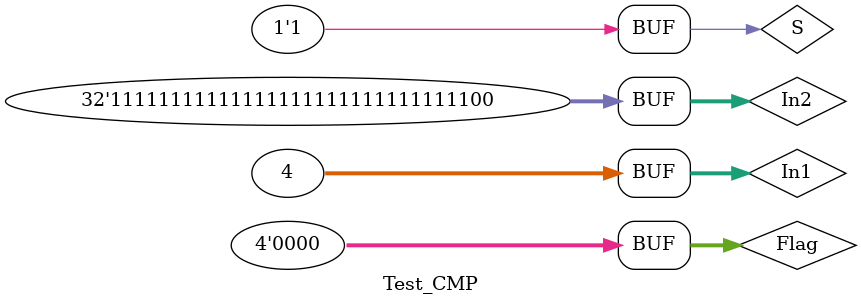
<source format=v>
module Test_CMP;	//[N, Z, C, V}]
reg signed [31:0] In1, In2;
reg S;
reg [3:0] Flag;
wire signed [31:0] Result;
wire [3:0] New_Flag;

initial
begin

In1=2; In2=3; Flag=4'b0000; S=1; 
#10 In1=1; In2=-3; S=1; 
#10 In1=-6; In2=-2; S=1;
#10 In1=32'b11111111111111111111111111111111; In2=9; S=1;
#10 In1=10; In2=10; S=1;
#10 In1=4; In2=-4; S=1;
end
initial
begin
$monitor($time, " In1.=%d, In2.=%d, Result=%d, Flag=%b", In1, In2, Result, New_Flag);
end
CMP cmp(In1, In2,Flag,S,New_Flag);

endmodule

</source>
